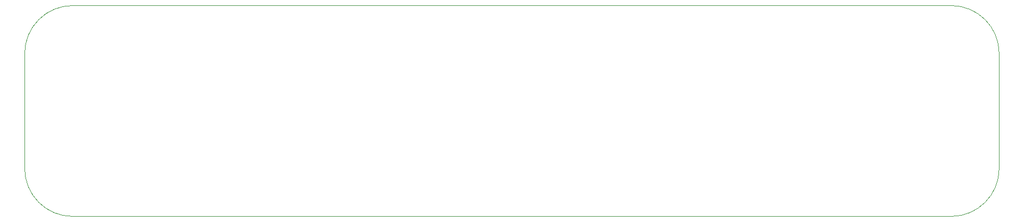
<source format=gbr>
%TF.GenerationSoftware,KiCad,Pcbnew,(5.1.8)-1*%
%TF.CreationDate,2021-01-20T16:16:19-05:00*%
%TF.ProjectId,Switch_SSD_Row,53776974-6368-45f5-9353-445f526f772e,rev?*%
%TF.SameCoordinates,Original*%
%TF.FileFunction,Profile,NP*%
%FSLAX46Y46*%
G04 Gerber Fmt 4.6, Leading zero omitted, Abs format (unit mm)*
G04 Created by KiCad (PCBNEW (5.1.8)-1) date 2021-01-20 16:16:19*
%MOMM*%
%LPD*%
G01*
G04 APERTURE LIST*
%TA.AperFunction,Profile*%
%ADD10C,0.100000*%
%TD*%
G04 APERTURE END LIST*
D10*
X15240000Y-45974000D02*
X15240000Y-27686000D01*
X170180000Y-45720000D02*
X170180000Y-45974000D01*
X170180000Y-27940000D02*
X170180000Y-27686000D01*
X170180000Y-27940000D02*
X170180000Y-45720000D01*
X162560000Y-53594000D02*
X22860000Y-53594000D01*
X22860000Y-20066000D02*
X162560000Y-20066000D01*
X15240000Y-27686000D02*
G75*
G02*
X22860000Y-20066000I7620000J0D01*
G01*
X22860000Y-53594000D02*
G75*
G02*
X15240000Y-45974000I0J7620000D01*
G01*
X170180000Y-45974000D02*
G75*
G02*
X162560000Y-53594000I-7620000J0D01*
G01*
X162560000Y-20066000D02*
G75*
G02*
X170180000Y-27686000I0J-7620000D01*
G01*
M02*

</source>
